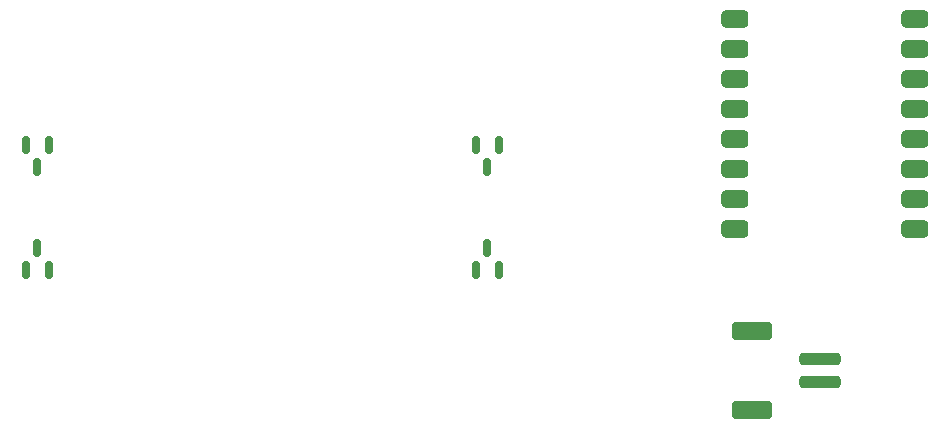
<source format=gbr>
%TF.GenerationSoftware,KiCad,Pcbnew,7.0.7*%
%TF.CreationDate,2023-09-02T22:33:14+10:00*%
%TF.ProjectId,artsey,61727473-6579-42e6-9b69-6361645f7063,rev?*%
%TF.SameCoordinates,Original*%
%TF.FileFunction,Paste,Bot*%
%TF.FilePolarity,Positive*%
%FSLAX46Y46*%
G04 Gerber Fmt 4.6, Leading zero omitted, Abs format (unit mm)*
G04 Created by KiCad (PCBNEW 7.0.7) date 2023-09-02 22:33:14*
%MOMM*%
%LPD*%
G01*
G04 APERTURE LIST*
G04 Aperture macros list*
%AMRoundRect*
0 Rectangle with rounded corners*
0 $1 Rounding radius*
0 $2 $3 $4 $5 $6 $7 $8 $9 X,Y pos of 4 corners*
0 Add a 4 corners polygon primitive as box body*
4,1,4,$2,$3,$4,$5,$6,$7,$8,$9,$2,$3,0*
0 Add four circle primitives for the rounded corners*
1,1,$1+$1,$2,$3*
1,1,$1+$1,$4,$5*
1,1,$1+$1,$6,$7*
1,1,$1+$1,$8,$9*
0 Add four rect primitives between the rounded corners*
20,1,$1+$1,$2,$3,$4,$5,0*
20,1,$1+$1,$4,$5,$6,$7,0*
20,1,$1+$1,$6,$7,$8,$9,0*
20,1,$1+$1,$8,$9,$2,$3,0*%
G04 Aperture macros list end*
%ADD10RoundRect,0.150000X0.150000X-0.587500X0.150000X0.587500X-0.150000X0.587500X-0.150000X-0.587500X0*%
%ADD11RoundRect,0.150000X-0.150000X0.587500X-0.150000X-0.587500X0.150000X-0.587500X0.150000X0.587500X0*%
%ADD12RoundRect,0.250000X1.500000X-0.250000X1.500000X0.250000X-1.500000X0.250000X-1.500000X-0.250000X0*%
%ADD13RoundRect,0.250001X1.449999X-0.499999X1.449999X0.499999X-1.449999X0.499999X-1.449999X-0.499999X0*%
%ADD14RoundRect,0.381000X0.762000X0.381000X-0.762000X0.381000X-0.762000X-0.381000X0.762000X-0.381000X0*%
G04 APERTURE END LIST*
D10*
%TO.C,D4*%
X83103056Y-49351132D03*
X81203056Y-49351132D03*
X82153056Y-47476132D03*
%TD*%
%TO.C,D3*%
X45003088Y-49351132D03*
X43103088Y-49351132D03*
X44053088Y-47476132D03*
%TD*%
D11*
%TO.C,D2*%
X81203056Y-38755044D03*
X83103056Y-38755044D03*
X82153056Y-40630044D03*
%TD*%
%TO.C,D1*%
X43103088Y-38755044D03*
X45003088Y-38755044D03*
X44053088Y-40630044D03*
%TD*%
D12*
%TO.C,BT2*%
X110281548Y-58852296D03*
X110281548Y-56852296D03*
D13*
X104531548Y-61202296D03*
X104531548Y-54502296D03*
%TD*%
D14*
%TO.C,U2*%
X103078260Y-28128492D03*
X103078260Y-30668492D03*
X103078260Y-33208492D03*
X103078260Y-35748492D03*
X103078260Y-38288492D03*
X103078260Y-40828492D03*
X103078260Y-43368492D03*
X103078260Y-45908492D03*
X118318260Y-28128492D03*
X118318260Y-30668492D03*
X118318260Y-33208492D03*
X118318260Y-35748492D03*
X118318260Y-38288492D03*
X118318260Y-40828492D03*
X118318260Y-43368492D03*
X118318260Y-45908492D03*
%TD*%
M02*

</source>
